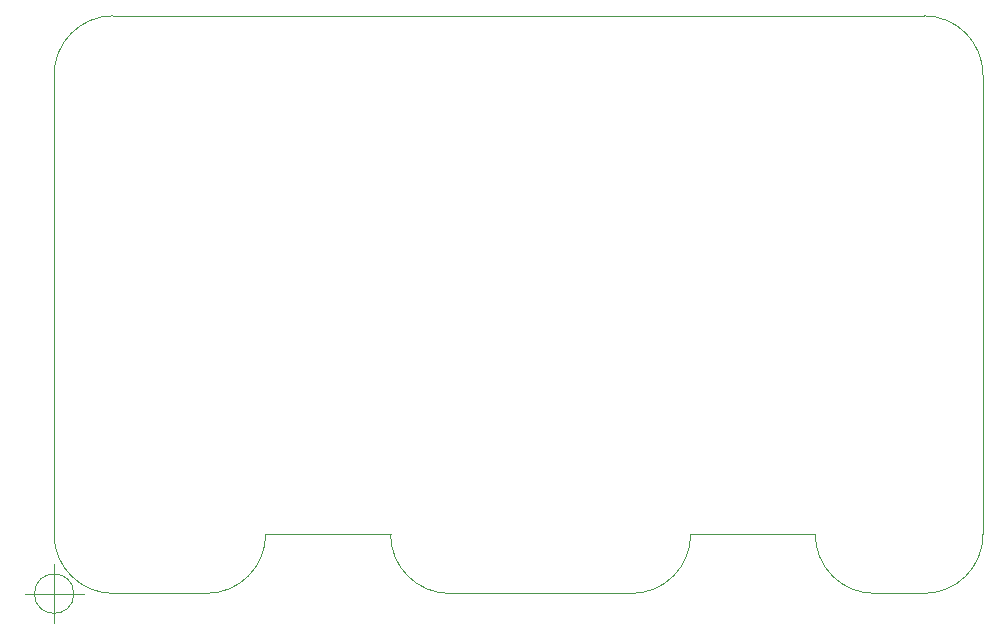
<source format=gbr>
%TF.GenerationSoftware,KiCad,Pcbnew,(6.0.4)*%
%TF.CreationDate,2023-01-05T12:04:56+08:00*%
%TF.ProjectId,FOC_Power,464f435f-506f-4776-9572-2e6b69636164,rev?*%
%TF.SameCoordinates,Original*%
%TF.FileFunction,Profile,NP*%
%FSLAX46Y46*%
G04 Gerber Fmt 4.6, Leading zero omitted, Abs format (unit mm)*
G04 Created by KiCad (PCBNEW (6.0.4)) date 2023-01-05 12:04:56*
%MOMM*%
%LPD*%
G01*
G04 APERTURE LIST*
%TA.AperFunction,Profile*%
%ADD10C,0.100000*%
%TD*%
G04 APERTURE END LIST*
D10*
X82415000Y-68125000D02*
X92960701Y-68125000D01*
X102175000Y-24225000D02*
X33515000Y-24225000D01*
X28515000Y-68125000D02*
G75*
G03*
X33515000Y-73125000I5000000J0D01*
G01*
X107165000Y-68124911D02*
X107165000Y-29245000D01*
X41429293Y-73125001D02*
G75*
G03*
X46429293Y-68129290I4877J4995121D01*
G01*
X33515000Y-24225001D02*
G75*
G03*
X28514991Y-29235000I0J-5000019D01*
G01*
X46429293Y-68129290D02*
X57005000Y-68129290D01*
X28514991Y-29235000D02*
X28514991Y-68125000D01*
X92960700Y-68125000D02*
G75*
G03*
X97960710Y-73125000I4999400J-600D01*
G01*
X102185000Y-73124935D02*
G75*
G03*
X107165000Y-68124911I-1300J4981335D01*
G01*
X77415000Y-73129300D02*
G75*
G03*
X82415000Y-68129281I600J4999400D01*
G01*
X107165010Y-29245000D02*
G75*
G03*
X102175000Y-24225000I-4990010J29900D01*
G01*
X41429293Y-73125000D02*
X33515000Y-73125000D01*
X57005010Y-68129290D02*
G75*
G03*
X62005009Y-73129290I4999390J-610D01*
G01*
X102185000Y-73125000D02*
X97960710Y-73125000D01*
X62005009Y-73129290D02*
X77415000Y-73129290D01*
X30186666Y-73150000D02*
G75*
G03*
X30186666Y-73150000I-1666666J0D01*
G01*
X26020000Y-73150000D02*
X31020000Y-73150000D01*
X28520000Y-70650000D02*
X28520000Y-75650000D01*
M02*

</source>
